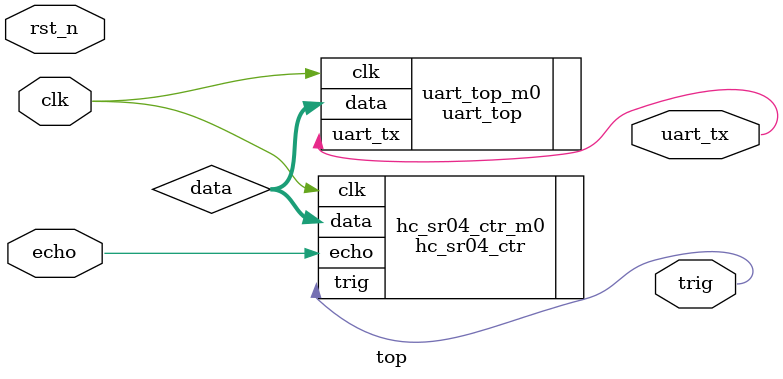
<source format=sv>
module top (
	//时钟复位接口
	input clk,    // Clock
	input rst_n,  // Asynchronous reset active low
	
	//超声波接口
	input echo,
	output trig,

	//串口接口
	output uart_tx
);

parameter  CLK_FRE = 50; 		//时钟 Mhz
parameter  UART_RATE = 115200;  //串口波特率 

//HC SR04驱动
wire [15:0] data;
hc_sr04_ctr #(
	.CLK_FRE 	(CLK_FRE	)
	)hc_sr04_ctr_m0(
 	.clk			(clk			),

 	.echo			(echo			),
 	.trig			(trig			),

 	.data			(data			)
	);

//串口收发
uart_top #(
	.CLK_FRE 	(CLK_FRE	),
	.UART_RATE 	(UART_RATE	)
	) uart_top_m0(
 	.clk			(clk			),
 	
 	.data			(data			),

 	.uart_tx		(uart_tx		)
	);
endmodule

</source>
